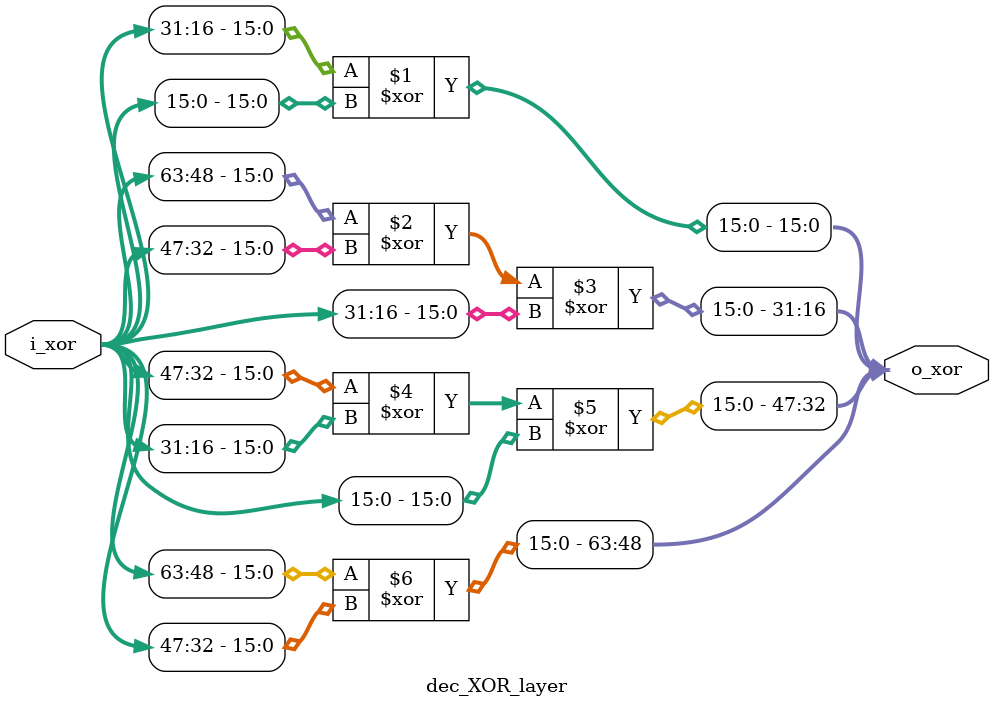
<source format=v>
`define W0 i_xor[15:0]
`define W1 i_xor[31:16]
`define W2 i_xor[47:32]
`define W3 i_xor[63:48]



module dec_XOR_layer (
    input [63:0] i_xor, output [63:0] o_xor
);
    assign o_xor = {(`W3^`W2), (`W2^`W1^`W0),(`W3^`W2^`W1), (`W1^`W0)};

endmodule
</source>
